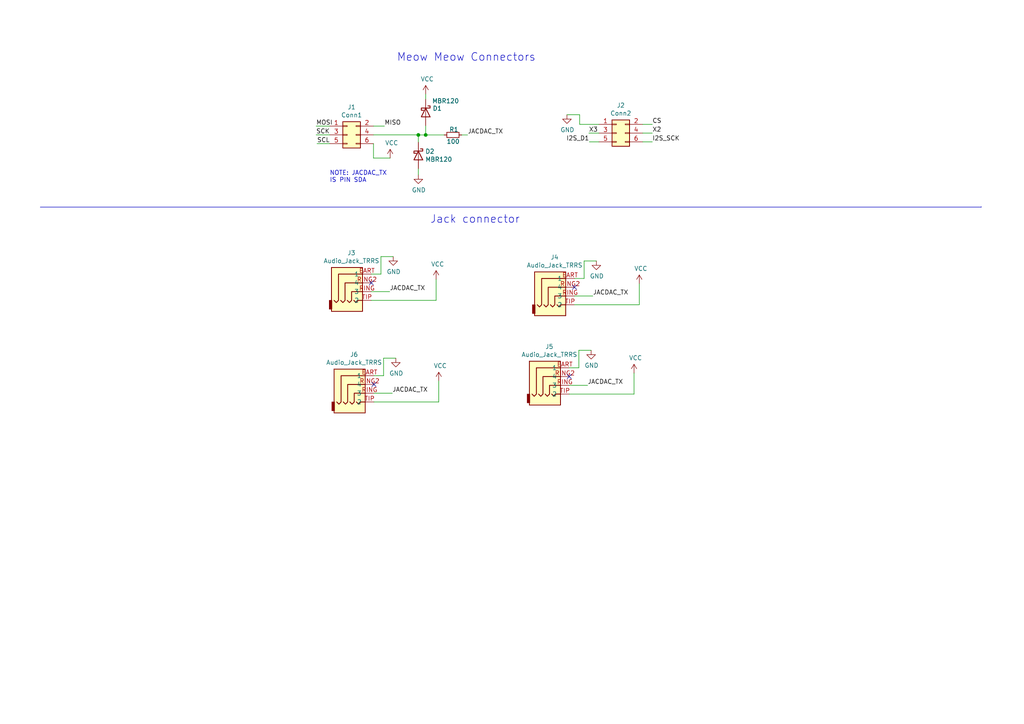
<source format=kicad_sch>
(kicad_sch (version 20230121) (generator eeschema)
  (paper "A4")
  (title_block (title "MeowMeow - Backpack JACDAC") (date "2019-02-25") (rev "0.3") (company "Electronic Cats") (comment 1 "Andres Sabas") (comment 2 "Rocio Rodriguez"))
  (lib_symbols
    (symbol "Connector_Generic:Conn_02x03_Odd_Even" (pin_names (offset 1.016) hide)
      (property "Reference" "J" (at 1.27 5.08 0))
      (property "Value" "Conn_02x03_Odd_Even" (at 1.27 -5.08 0))
      (symbol "Conn_02x03_Odd_Even_1_1"
        (rectangle (start -1.27 -2.413) (end 0 -2.667) (stroke (width 0.1524)))
        (rectangle (start -1.27 0.127) (end 0 -0.127) (stroke (width 0.1524)))
        (rectangle (start -1.27 2.667) (end 0 2.413) (stroke (width 0.1524)))
        (rectangle (start -1.27 3.81) (end 3.81 -3.81) (stroke (width 0.254)) (fill (type background)))
        (rectangle (start 3.81 -2.413) (end 2.54 -2.667) (stroke (width 0.1524)))
        (rectangle (start 3.81 0.127) (end 2.54 -0.127) (stroke (width 0.1524)))
        (rectangle (start 3.81 2.667) (end 2.54 2.413) (stroke (width 0.1524)))
        (pin passive line (at -5.08 2.54 0) (length 3.81) (name "Pin_1") (number "1"))
        (pin passive line (at 7.62 2.54 180) (length 3.81) (name "Pin_2") (number "2"))
        (pin passive line (at -5.08 0 0) (length 3.81) (name "Pin_3") (number "3"))
        (pin passive line (at 7.62 0 180) (length 3.81) (name "Pin_4") (number "4"))
        (pin passive line (at -5.08 -2.54 0) (length 3.81) (name "Pin_5") (number "5"))
        (pin passive line (at 7.62 -2.54 180) (length 3.81) (name "Pin_6") (number "6"))
      )
    )
    (symbol "Device:D_Schottky" (pin_numbers hide) (pin_names (offset 1.016) hide)
      (property "Reference" "D" (at 0 2.54 0))
      (property "Value" "D_Schottky" (at 0 -2.54 0))
      (symbol "D_Schottky_0_1"
        (polyline (pts (xy 1.27 0) (xy -1.27 0)))
        (polyline (pts (xy 1.27 1.27) (xy 1.27 -1.27) (xy -1.27 0) (xy 1.27 1.27)) (stroke (width 0.254)))
        (polyline (pts (xy -1.905 0.635) (xy -1.905 1.27) (xy -1.27 1.27) (xy -1.27 -1.27) (xy -0.635 -1.27) (xy -0.635 -0.635)) (stroke (width 0.254)))
      )
      (symbol "D_Schottky_1_1"
        (pin passive line (at -3.81 0 0) (length 2.54) (name "K") (number "1"))
        (pin passive line (at 3.81 0 180) (length 2.54) (name "A") (number "2"))
      )
    )
    (symbol "Device:R_Small" (pin_numbers hide) (pin_names (offset 0.254) hide)
      (property "Reference" "R" (at 0.762 0.508 0))
      (property "Value" "R_Small" (at 0.762 -1.016 0))
      (symbol "R_Small_0_1"
        (rectangle (start -0.762 1.778) (end 0.762 -1.778) (stroke (width 0.2032)))
      )
      (symbol "R_Small_1_1"
        (pin passive line (at 0 2.54 270) (length 0.762) (name "~") (number "1"))
        (pin passive line (at 0 -2.54 90) (length 0.762) (name "~") (number "2"))
      )
    )
    (symbol "jacdac-rescue:Audio_Jack_TRRS-Connector" (pin_names (offset 1.016))
      (property "Reference" "J" (at 0 8.89 0))
      (property "Value" "Connector_Audio_Jack_TRRS" (at 0 6.35 0))
      (symbol "Audio_Jack_TRRS-Connector_0_1"
        (rectangle (start -6.35 -7.62) (end -7.112 -5.08) (fill (type outline)))
        (polyline (pts (xy 0 -5.08) (xy 0.635 -5.715) (xy 1.27 -5.08) (xy 2.54 -5.08)) (stroke (width 0.254)))
        (polyline (pts (xy -5.715 -5.08) (xy -5.08 -5.715) (xy -4.445 -5.08) (xy -4.445 2.54) (xy 2.54 2.54)) (stroke (width 0.254)))
        (polyline (pts (xy -1.905 -5.08) (xy -1.27 -5.715) (xy -0.635 -5.08) (xy -0.635 -2.54) (xy 2.54 -2.54)) (stroke (width 0.254)))
        (polyline (pts (xy 2.54 0) (xy -2.54 0) (xy -2.54 -5.08) (xy -3.175 -5.715) (xy -3.81 -5.08)) (stroke (width 0.254)))
        (rectangle (start 2.54 -8.255) (end -6.477 4.445) (stroke (width 0.254)) (fill (type background)))
      )
      (symbol "Audio_Jack_TRRS-Connector_1_1"
        (pin passive line (at 5.08 2.54 180) (length 2.54) (name "1") (number "EART"))
        (pin passive line (at 5.08 -2.54 180) (length 2.54) (name "3") (number "RING"))
        (pin passive line (at 5.08 0 180) (length 2.54) (name "4") (number "RING2"))
        (pin passive line (at 5.08 -5.08 180) (length 2.54) (name "2") (number "TIP"))
      )
    )
    (symbol "power:GND" (power) (pin_names (offset 0))
      (property "Value" "GND" (at 0 -3.81 0))
      (symbol "GND_0_1"
        (polyline (pts (xy 0 0) (xy 0 -1.27) (xy 1.27 -1.27) (xy 0 -2.54) (xy -1.27 -1.27) (xy 0 -1.27)))
      )
      (symbol "GND_1_1"
        (pin power_in line (at 0 0 270) (length 0) hide (name "GND") (number "1"))
      )
    )
    (symbol "power:VCC" (power) (pin_names (offset 0))
      (property "Value" "VCC" (at 0 3.81 0))
      (symbol "VCC_0_1"
        (polyline (pts (xy -0.762 1.27) (xy 0 2.54)))
        (polyline (pts (xy 0 0) (xy 0 2.54)))
        (polyline (pts (xy 0 2.54) (xy 0.762 1.27)))
      )
      (symbol "VCC_1_1"
        (pin power_in line (at 0 0 90) (length 0) hide (name "VCC") (number "1"))
      )
    )
  )
  (junction (at 123.4694 39.1414))
  (junction (at 121.3358 39.1414))
  (no_connect (at 165.1 109.22))
  (no_connect (at 166.624 83.312))
  (no_connect (at 108.458 111.506))
  (no_connect (at 107.696 82.042))
  (wire (pts (xy 167.894 106.68) (xy 167.894 101.6)))
  (wire (pts (xy 165.1 114.3) (xy 183.896 114.3)))
  (wire (pts (xy 108.331 39.116) (xy 121.3358 39.116)))
  (wire (pts (xy 186.4106 38.608) (xy 189.2046 38.608)))
  (wire (pts (xy 108.458 114.046) (xy 113.792 114.046)))
  (wire (pts (xy 185.42 82.296) (xy 185.42 88.392)))
  (wire (pts (xy 126.492 81.026) (xy 126.492 87.122)))
  (wire (pts (xy 186.4106 36.068) (xy 189.2046 36.068)))
  (wire (pts (xy 107.696 84.582) (xy 113.03 84.582)))
  (wire (pts (xy 108.458 116.586) (xy 127.254 116.586)))
  (wire (pts (xy 167.894 101.6) (xy 171.45 101.6)))
  (wire (pts (xy 121.3358 39.1414) (xy 123.4694 39.1414)))
  (wire (pts (xy 168.1226 33.274) (xy 164.4396 33.274)))
  (wire (pts (xy 123.4694 39.1414) (xy 128.8288 39.1414)))
  (wire (pts (xy 186.4106 41.148) (xy 189.2046 41.148)))
  (wire (pts (xy 123.4694 28.8036) (xy 123.4694 27.3304)))
  (polyline (pts (xy 11.684 60.071) (xy 284.607 60.071)))
  (wire (pts (xy 133.9088 39.1414) (xy 135.636 39.1414)))
  (wire (pts (xy 111.252 103.886) (xy 114.808 103.886)))
  (wire (pts (xy 169.418 80.772) (xy 169.418 75.692)))
  (wire (pts (xy 166.624 88.392) (xy 185.42 88.392)))
  (wire (pts (xy 108.458 108.966) (xy 111.252 108.966)))
  (wire (pts (xy 107.696 87.122) (xy 126.492 87.122)))
  (wire (pts (xy 168.1226 36.068) (xy 173.7106 36.068)))
  (wire (pts (xy 165.1 111.76) (xy 170.434 111.76)))
  (wire (pts (xy 110.49 79.502) (xy 110.49 74.422)))
  (wire (pts (xy 165.1 106.68) (xy 167.894 106.68)))
  (wire (pts (xy 121.3358 39.1414) (xy 121.3358 39.116)))
  (wire (pts (xy 111.252 108.966) (xy 111.252 103.886)))
  (wire (pts (xy 95.631 41.656) (xy 91.948 41.656)))
  (wire (pts (xy 107.696 79.502) (xy 110.49 79.502)))
  (wire (pts (xy 121.3358 41.275) (xy 121.3358 39.1414)))
  (wire (pts (xy 168.1226 36.068) (xy 168.1226 33.274)))
  (wire (pts (xy 127.254 110.49) (xy 127.254 116.586)))
  (wire (pts (xy 166.624 80.772) (xy 169.418 80.772)))
  (wire (pts (xy 173.7106 38.608) (xy 170.7896 38.608)))
  (wire (pts (xy 95.631 39.116) (xy 91.694 39.116)))
  (wire (pts (xy 108.331 36.576) (xy 111.506 36.576)))
  (wire (pts (xy 169.418 75.692) (xy 172.974 75.692)))
  (wire (pts (xy 173.7106 41.148) (xy 170.9166 41.148)))
  (wire (pts (xy 123.4694 36.4236) (xy 123.4694 39.1414)))
  (wire (pts (xy 95.631 36.576) (xy 91.694 36.576)))
  (wire (pts (xy 183.896 108.204) (xy 183.896 114.3)))
  (wire (pts (xy 108.331 45.847) (xy 113.157 45.847)))
  (wire (pts (xy 121.3358 48.895) (xy 121.3358 50.7238)))
  (polyline (pts (xy 284.607 60.071) (xy 284.607 59.944)))
  (wire (pts (xy 108.331 41.656) (xy 108.331 45.847)))
  (wire (pts (xy 110.49 74.422) (xy 114.046 74.422)))
  (wire (pts (xy 166.624 85.852) (xy 171.958 85.852)))
  (text "Meow Meow Connectors" (at 115.062 18.034 0) (effects (font (size 2.2606 2.2606)) (justify left bottom)))
  (text "NOTE: JACDAC_TX\nIS PIN SDA" (at 95.6056 53.086 0) (effects (font (size 1.27 1.27)) (justify left bottom)))
  (text "Jack connector" (at 124.714 65.024 0) (effects (font (size 2.2606 2.2606)) (justify left bottom)))
  (label "MOSI" (at 91.694 36.576 0))
  (label "MISO" (at 111.506 36.576 0))
  (label "SCL" (at 91.948 41.656 0))
  (label "CS" (at 189.2046 36.068 0))
  (label "X3" (at 170.7896 38.608 0))
  (label "JACDAC_TX" (at 171.958 85.852 0))
  (label "SCK" (at 91.694 39.116 0))
  (label "JACDAC_TX" (at 113.792 114.046 0))
  (label "I2S_D1" (at 170.9166 41.148 180))
  (label "X2" (at 189.2046 38.608 0))
  (label "JACDAC_TX" (at 135.636 39.1414 0))
  (label "JACDAC_TX" (at 113.03 84.582 0))
  (label "I2S_SCK" (at 189.2046 41.148 0))
  (label "JACDAC_TX" (at 170.434 111.76 0))
  (symbol (lib_id "Connector_Generic:Conn_02x03_Odd_Even") (at 100.711 39.116 0) (unit 1)
    (property "Reference" "J1" (at 101.981 31.0642 0))
    (property "Value" "Conn1" (at 101.981 33.3756 0))
    (property "Footprint" "Pines:61300621121" (effects hide))
  )
  (symbol (lib_id "Connector_Generic:Conn_02x03_Odd_Even") (at 178.7906 38.608 0) (unit 1)
    (property "Reference" "J2" (at 180.0606 30.5562 0))
    (property "Value" "Conn2" (at 180.0606 32.8676 0))
    (property "Footprint" "Pines:61300621121" (effects hide))
  )
  (symbol (lib_id "power:GND") (at 164.4396 33.274 0) (unit 1)
    (property "Reference" "#PWR0101" (effects hide))
    (property "Value" "GND" (at 164.5666 37.6682 0))
  )
  (symbol (lib_id "power:VCC") (at 113.157 45.847 0) (unit 1)
    (property "Reference" "#PWR0102" (effects hide))
    (property "Value" "VCC" (at 113.5888 41.4528 0))
  )
  (symbol (lib_id "power:GND") (at 114.808 103.886 0) (unit 1)
    (property "Reference" "#PWR04" (effects hide))
    (property "Value" "GND" (at 114.935 108.2802 0))
  )
  (symbol (lib_id "power:VCC") (at 127.254 110.49 0) (unit 1)
    (property "Reference" "#PWR06" (effects hide))
    (property "Value" "VCC" (at 127.6858 106.0958 0))
  )
  (symbol (lib_id "jacdac-rescue:Audio_Jack_TRRS-Connector") (at 103.378 111.506 0) (unit 1)
    (property "Reference" "J6" (at 102.6922 102.8192 0))
    (property "Value" "Audio_Jack_TRRS" (at 102.6922 105.1306 0))
    (property "Footprint" "Connectors:AUDIO-JACK-TRRS-SMD" (effects hide))
  )
  (symbol (lib_id "power:GND") (at 172.974 75.692 0) (unit 1)
    (property "Reference" "#PWR01" (effects hide))
    (property "Value" "GND" (at 173.101 80.0862 0))
  )
  (symbol (lib_id "power:VCC") (at 185.42 82.296 0) (unit 1)
    (property "Reference" "#PWR02" (effects hide))
    (property "Value" "VCC" (at 185.8518 77.9018 0))
  )
  (symbol (lib_id "jacdac-rescue:Audio_Jack_TRRS-Connector") (at 161.544 83.312 0) (unit 1)
    (property "Reference" "J4" (at 160.8582 74.6252 0))
    (property "Value" "Audio_Jack_TRRS" (at 160.8582 76.9366 0))
    (property "Footprint" "Connectors:AUDIO-JACK-TRRS-SMD" (effects hide))
  )
  (symbol (lib_id "power:GND") (at 171.45 101.6 0) (unit 1)
    (property "Reference" "#PWR03" (effects hide))
    (property "Value" "GND" (at 171.577 105.9942 0))
  )
  (symbol (lib_id "power:VCC") (at 183.896 108.204 0) (unit 1)
    (property "Reference" "#PWR05" (effects hide))
    (property "Value" "VCC" (at 184.3278 103.8098 0))
  )
  (symbol (lib_id "jacdac-rescue:Audio_Jack_TRRS-Connector") (at 160.02 109.22 0) (unit 1)
    (property "Reference" "J5" (at 159.3342 100.5332 0))
    (property "Value" "Audio_Jack_TRRS" (at 159.3342 102.8446 0))
    (property "Footprint" "Connectors:AUDIO-JACK-TRRS-SMD" (effects hide))
  )
  (symbol (lib_id "power:GND") (at 114.046 74.422 0) (unit 1)
    (property "Reference" "#PWR0103" (effects hide))
    (property "Value" "GND" (at 114.173 78.8162 0))
  )
  (symbol (lib_id "power:VCC") (at 126.492 81.026 0) (unit 1)
    (property "Reference" "#PWR0104" (effects hide))
    (property "Value" "VCC" (at 126.9238 76.6318 0))
  )
  (symbol (lib_id "jacdac-rescue:Audio_Jack_TRRS-Connector") (at 102.616 82.042 0) (unit 1)
    (property "Reference" "J3" (at 101.9302 73.3552 0))
    (property "Value" "Audio_Jack_TRRS" (at 101.9302 75.6666 0))
    (property "Footprint" "Connectors:AUDIO-JACK-TRRS-SMD" (effects hide))
  )
  (symbol (lib_id "Device:D_Schottky") (at 121.3358 45.085 270) (unit 1)
    (property "Reference" "D2" (at 123.3424 43.9166 90) (effects (justify left)))
    (property "Value" "MBR120" (at 123.3424 46.228 90) (effects (justify left)))
    (property "Footprint" "Diodes_SMD:D_SOD-123F" (effects hide))
  )
  (symbol (lib_id "Device:D_Schottky") (at 123.4694 32.6136 270) (unit 1)
    (property "Reference" "D1" (at 125.476 31.4452 90) (effects (justify left)))
    (property "Value" "MBR120" (at 125.3236 29.2862 90) (effects (justify left)))
    (property "Footprint" "Diodes_SMD:D_SOD-123F" (effects hide))
  )
  (symbol (lib_id "Device:R_Small") (at 131.3688 39.1414 270) (unit 1)
    (property "Reference" "R1" (at 131.6482 37.5666 90))
    (property "Value" "100" (at 131.4196 41.0464 90))
    (property "Footprint" "Resistors_SMD:R_0805_HandSoldering" (effects hide))
  )
  (symbol (lib_id "power:GND") (at 121.3358 50.7238 0) (unit 1)
    (property "Reference" "#PWR08" (effects hide))
    (property "Value" "GND" (at 121.4628 55.118 0))
  )
  (symbol (lib_id "power:VCC") (at 123.4694 27.3304 0) (unit 1)
    (property "Reference" "#PWR07" (effects hide))
    (property "Value" "VCC" (at 123.9012 22.9362 0))
  )
)
</source>
